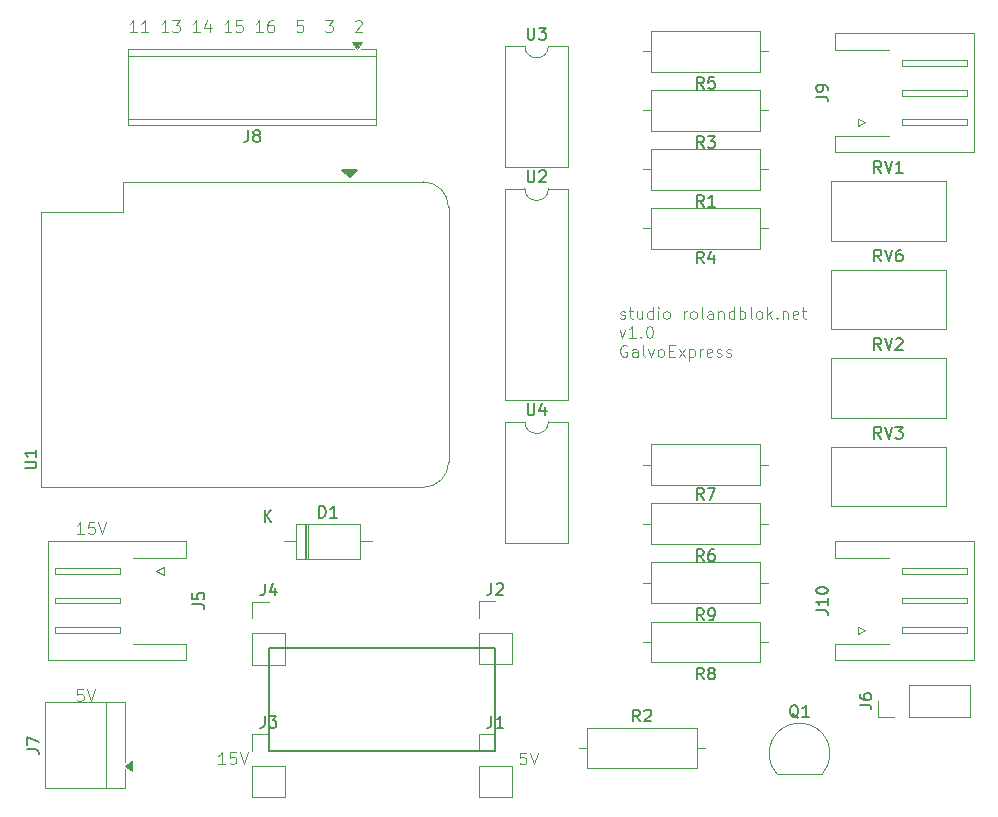
<source format=gto>
%TF.GenerationSoftware,KiCad,Pcbnew,9.0.7*%
%TF.CreationDate,2026-01-23T14:09:22+01:00*%
%TF.ProjectId,galvoexpress,67616c76-6f65-4787-9072-6573732e6b69,rev?*%
%TF.SameCoordinates,Original*%
%TF.FileFunction,Legend,Top*%
%TF.FilePolarity,Positive*%
%FSLAX46Y46*%
G04 Gerber Fmt 4.6, Leading zero omitted, Abs format (unit mm)*
G04 Created by KiCad (PCBNEW 9.0.7) date 2026-01-23 14:09:22*
%MOMM*%
%LPD*%
G01*
G04 APERTURE LIST*
%ADD10C,0.100000*%
%ADD11C,0.125000*%
%ADD12C,0.200000*%
%ADD13C,0.150000*%
%ADD14C,0.120000*%
G04 APERTURE END LIST*
D10*
X105256265Y-72104912D02*
X105351503Y-72152531D01*
X105351503Y-72152531D02*
X105541979Y-72152531D01*
X105541979Y-72152531D02*
X105637217Y-72104912D01*
X105637217Y-72104912D02*
X105684836Y-72009673D01*
X105684836Y-72009673D02*
X105684836Y-71962054D01*
X105684836Y-71962054D02*
X105637217Y-71866816D01*
X105637217Y-71866816D02*
X105541979Y-71819197D01*
X105541979Y-71819197D02*
X105399122Y-71819197D01*
X105399122Y-71819197D02*
X105303884Y-71771578D01*
X105303884Y-71771578D02*
X105256265Y-71676340D01*
X105256265Y-71676340D02*
X105256265Y-71628721D01*
X105256265Y-71628721D02*
X105303884Y-71533483D01*
X105303884Y-71533483D02*
X105399122Y-71485864D01*
X105399122Y-71485864D02*
X105541979Y-71485864D01*
X105541979Y-71485864D02*
X105637217Y-71533483D01*
X105970551Y-71485864D02*
X106351503Y-71485864D01*
X106113408Y-71152531D02*
X106113408Y-72009673D01*
X106113408Y-72009673D02*
X106161027Y-72104912D01*
X106161027Y-72104912D02*
X106256265Y-72152531D01*
X106256265Y-72152531D02*
X106351503Y-72152531D01*
X107113408Y-71485864D02*
X107113408Y-72152531D01*
X106684837Y-71485864D02*
X106684837Y-72009673D01*
X106684837Y-72009673D02*
X106732456Y-72104912D01*
X106732456Y-72104912D02*
X106827694Y-72152531D01*
X106827694Y-72152531D02*
X106970551Y-72152531D01*
X106970551Y-72152531D02*
X107065789Y-72104912D01*
X107065789Y-72104912D02*
X107113408Y-72057292D01*
X108018170Y-72152531D02*
X108018170Y-71152531D01*
X108018170Y-72104912D02*
X107922932Y-72152531D01*
X107922932Y-72152531D02*
X107732456Y-72152531D01*
X107732456Y-72152531D02*
X107637218Y-72104912D01*
X107637218Y-72104912D02*
X107589599Y-72057292D01*
X107589599Y-72057292D02*
X107541980Y-71962054D01*
X107541980Y-71962054D02*
X107541980Y-71676340D01*
X107541980Y-71676340D02*
X107589599Y-71581102D01*
X107589599Y-71581102D02*
X107637218Y-71533483D01*
X107637218Y-71533483D02*
X107732456Y-71485864D01*
X107732456Y-71485864D02*
X107922932Y-71485864D01*
X107922932Y-71485864D02*
X108018170Y-71533483D01*
X108494361Y-72152531D02*
X108494361Y-71485864D01*
X108494361Y-71152531D02*
X108446742Y-71200150D01*
X108446742Y-71200150D02*
X108494361Y-71247769D01*
X108494361Y-71247769D02*
X108541980Y-71200150D01*
X108541980Y-71200150D02*
X108494361Y-71152531D01*
X108494361Y-71152531D02*
X108494361Y-71247769D01*
X109113408Y-72152531D02*
X109018170Y-72104912D01*
X109018170Y-72104912D02*
X108970551Y-72057292D01*
X108970551Y-72057292D02*
X108922932Y-71962054D01*
X108922932Y-71962054D02*
X108922932Y-71676340D01*
X108922932Y-71676340D02*
X108970551Y-71581102D01*
X108970551Y-71581102D02*
X109018170Y-71533483D01*
X109018170Y-71533483D02*
X109113408Y-71485864D01*
X109113408Y-71485864D02*
X109256265Y-71485864D01*
X109256265Y-71485864D02*
X109351503Y-71533483D01*
X109351503Y-71533483D02*
X109399122Y-71581102D01*
X109399122Y-71581102D02*
X109446741Y-71676340D01*
X109446741Y-71676340D02*
X109446741Y-71962054D01*
X109446741Y-71962054D02*
X109399122Y-72057292D01*
X109399122Y-72057292D02*
X109351503Y-72104912D01*
X109351503Y-72104912D02*
X109256265Y-72152531D01*
X109256265Y-72152531D02*
X109113408Y-72152531D01*
X110637218Y-72152531D02*
X110637218Y-71485864D01*
X110637218Y-71676340D02*
X110684837Y-71581102D01*
X110684837Y-71581102D02*
X110732456Y-71533483D01*
X110732456Y-71533483D02*
X110827694Y-71485864D01*
X110827694Y-71485864D02*
X110922932Y-71485864D01*
X111399123Y-72152531D02*
X111303885Y-72104912D01*
X111303885Y-72104912D02*
X111256266Y-72057292D01*
X111256266Y-72057292D02*
X111208647Y-71962054D01*
X111208647Y-71962054D02*
X111208647Y-71676340D01*
X111208647Y-71676340D02*
X111256266Y-71581102D01*
X111256266Y-71581102D02*
X111303885Y-71533483D01*
X111303885Y-71533483D02*
X111399123Y-71485864D01*
X111399123Y-71485864D02*
X111541980Y-71485864D01*
X111541980Y-71485864D02*
X111637218Y-71533483D01*
X111637218Y-71533483D02*
X111684837Y-71581102D01*
X111684837Y-71581102D02*
X111732456Y-71676340D01*
X111732456Y-71676340D02*
X111732456Y-71962054D01*
X111732456Y-71962054D02*
X111684837Y-72057292D01*
X111684837Y-72057292D02*
X111637218Y-72104912D01*
X111637218Y-72104912D02*
X111541980Y-72152531D01*
X111541980Y-72152531D02*
X111399123Y-72152531D01*
X112303885Y-72152531D02*
X112208647Y-72104912D01*
X112208647Y-72104912D02*
X112161028Y-72009673D01*
X112161028Y-72009673D02*
X112161028Y-71152531D01*
X113113409Y-72152531D02*
X113113409Y-71628721D01*
X113113409Y-71628721D02*
X113065790Y-71533483D01*
X113065790Y-71533483D02*
X112970552Y-71485864D01*
X112970552Y-71485864D02*
X112780076Y-71485864D01*
X112780076Y-71485864D02*
X112684838Y-71533483D01*
X113113409Y-72104912D02*
X113018171Y-72152531D01*
X113018171Y-72152531D02*
X112780076Y-72152531D01*
X112780076Y-72152531D02*
X112684838Y-72104912D01*
X112684838Y-72104912D02*
X112637219Y-72009673D01*
X112637219Y-72009673D02*
X112637219Y-71914435D01*
X112637219Y-71914435D02*
X112684838Y-71819197D01*
X112684838Y-71819197D02*
X112780076Y-71771578D01*
X112780076Y-71771578D02*
X113018171Y-71771578D01*
X113018171Y-71771578D02*
X113113409Y-71723959D01*
X113589600Y-71485864D02*
X113589600Y-72152531D01*
X113589600Y-71581102D02*
X113637219Y-71533483D01*
X113637219Y-71533483D02*
X113732457Y-71485864D01*
X113732457Y-71485864D02*
X113875314Y-71485864D01*
X113875314Y-71485864D02*
X113970552Y-71533483D01*
X113970552Y-71533483D02*
X114018171Y-71628721D01*
X114018171Y-71628721D02*
X114018171Y-72152531D01*
X114922933Y-72152531D02*
X114922933Y-71152531D01*
X114922933Y-72104912D02*
X114827695Y-72152531D01*
X114827695Y-72152531D02*
X114637219Y-72152531D01*
X114637219Y-72152531D02*
X114541981Y-72104912D01*
X114541981Y-72104912D02*
X114494362Y-72057292D01*
X114494362Y-72057292D02*
X114446743Y-71962054D01*
X114446743Y-71962054D02*
X114446743Y-71676340D01*
X114446743Y-71676340D02*
X114494362Y-71581102D01*
X114494362Y-71581102D02*
X114541981Y-71533483D01*
X114541981Y-71533483D02*
X114637219Y-71485864D01*
X114637219Y-71485864D02*
X114827695Y-71485864D01*
X114827695Y-71485864D02*
X114922933Y-71533483D01*
X115399124Y-72152531D02*
X115399124Y-71152531D01*
X115399124Y-71533483D02*
X115494362Y-71485864D01*
X115494362Y-71485864D02*
X115684838Y-71485864D01*
X115684838Y-71485864D02*
X115780076Y-71533483D01*
X115780076Y-71533483D02*
X115827695Y-71581102D01*
X115827695Y-71581102D02*
X115875314Y-71676340D01*
X115875314Y-71676340D02*
X115875314Y-71962054D01*
X115875314Y-71962054D02*
X115827695Y-72057292D01*
X115827695Y-72057292D02*
X115780076Y-72104912D01*
X115780076Y-72104912D02*
X115684838Y-72152531D01*
X115684838Y-72152531D02*
X115494362Y-72152531D01*
X115494362Y-72152531D02*
X115399124Y-72104912D01*
X116446743Y-72152531D02*
X116351505Y-72104912D01*
X116351505Y-72104912D02*
X116303886Y-72009673D01*
X116303886Y-72009673D02*
X116303886Y-71152531D01*
X116970553Y-72152531D02*
X116875315Y-72104912D01*
X116875315Y-72104912D02*
X116827696Y-72057292D01*
X116827696Y-72057292D02*
X116780077Y-71962054D01*
X116780077Y-71962054D02*
X116780077Y-71676340D01*
X116780077Y-71676340D02*
X116827696Y-71581102D01*
X116827696Y-71581102D02*
X116875315Y-71533483D01*
X116875315Y-71533483D02*
X116970553Y-71485864D01*
X116970553Y-71485864D02*
X117113410Y-71485864D01*
X117113410Y-71485864D02*
X117208648Y-71533483D01*
X117208648Y-71533483D02*
X117256267Y-71581102D01*
X117256267Y-71581102D02*
X117303886Y-71676340D01*
X117303886Y-71676340D02*
X117303886Y-71962054D01*
X117303886Y-71962054D02*
X117256267Y-72057292D01*
X117256267Y-72057292D02*
X117208648Y-72104912D01*
X117208648Y-72104912D02*
X117113410Y-72152531D01*
X117113410Y-72152531D02*
X116970553Y-72152531D01*
X117732458Y-72152531D02*
X117732458Y-71152531D01*
X117827696Y-71771578D02*
X118113410Y-72152531D01*
X118113410Y-71485864D02*
X117732458Y-71866816D01*
X118541982Y-72057292D02*
X118589601Y-72104912D01*
X118589601Y-72104912D02*
X118541982Y-72152531D01*
X118541982Y-72152531D02*
X118494363Y-72104912D01*
X118494363Y-72104912D02*
X118541982Y-72057292D01*
X118541982Y-72057292D02*
X118541982Y-72152531D01*
X119018172Y-71485864D02*
X119018172Y-72152531D01*
X119018172Y-71581102D02*
X119065791Y-71533483D01*
X119065791Y-71533483D02*
X119161029Y-71485864D01*
X119161029Y-71485864D02*
X119303886Y-71485864D01*
X119303886Y-71485864D02*
X119399124Y-71533483D01*
X119399124Y-71533483D02*
X119446743Y-71628721D01*
X119446743Y-71628721D02*
X119446743Y-72152531D01*
X120303886Y-72104912D02*
X120208648Y-72152531D01*
X120208648Y-72152531D02*
X120018172Y-72152531D01*
X120018172Y-72152531D02*
X119922934Y-72104912D01*
X119922934Y-72104912D02*
X119875315Y-72009673D01*
X119875315Y-72009673D02*
X119875315Y-71628721D01*
X119875315Y-71628721D02*
X119922934Y-71533483D01*
X119922934Y-71533483D02*
X120018172Y-71485864D01*
X120018172Y-71485864D02*
X120208648Y-71485864D01*
X120208648Y-71485864D02*
X120303886Y-71533483D01*
X120303886Y-71533483D02*
X120351505Y-71628721D01*
X120351505Y-71628721D02*
X120351505Y-71723959D01*
X120351505Y-71723959D02*
X119875315Y-71819197D01*
X120637220Y-71485864D02*
X121018172Y-71485864D01*
X120780077Y-71152531D02*
X120780077Y-72009673D01*
X120780077Y-72009673D02*
X120827696Y-72104912D01*
X120827696Y-72104912D02*
X120922934Y-72152531D01*
X120922934Y-72152531D02*
X121018172Y-72152531D01*
X105208646Y-73095808D02*
X105446741Y-73762475D01*
X105446741Y-73762475D02*
X105684836Y-73095808D01*
X106589598Y-73762475D02*
X106018170Y-73762475D01*
X106303884Y-73762475D02*
X106303884Y-72762475D01*
X106303884Y-72762475D02*
X106208646Y-72905332D01*
X106208646Y-72905332D02*
X106113408Y-73000570D01*
X106113408Y-73000570D02*
X106018170Y-73048189D01*
X107018170Y-73667236D02*
X107065789Y-73714856D01*
X107065789Y-73714856D02*
X107018170Y-73762475D01*
X107018170Y-73762475D02*
X106970551Y-73714856D01*
X106970551Y-73714856D02*
X107018170Y-73667236D01*
X107018170Y-73667236D02*
X107018170Y-73762475D01*
X107684836Y-72762475D02*
X107780074Y-72762475D01*
X107780074Y-72762475D02*
X107875312Y-72810094D01*
X107875312Y-72810094D02*
X107922931Y-72857713D01*
X107922931Y-72857713D02*
X107970550Y-72952951D01*
X107970550Y-72952951D02*
X108018169Y-73143427D01*
X108018169Y-73143427D02*
X108018169Y-73381522D01*
X108018169Y-73381522D02*
X107970550Y-73571998D01*
X107970550Y-73571998D02*
X107922931Y-73667236D01*
X107922931Y-73667236D02*
X107875312Y-73714856D01*
X107875312Y-73714856D02*
X107780074Y-73762475D01*
X107780074Y-73762475D02*
X107684836Y-73762475D01*
X107684836Y-73762475D02*
X107589598Y-73714856D01*
X107589598Y-73714856D02*
X107541979Y-73667236D01*
X107541979Y-73667236D02*
X107494360Y-73571998D01*
X107494360Y-73571998D02*
X107446741Y-73381522D01*
X107446741Y-73381522D02*
X107446741Y-73143427D01*
X107446741Y-73143427D02*
X107494360Y-72952951D01*
X107494360Y-72952951D02*
X107541979Y-72857713D01*
X107541979Y-72857713D02*
X107589598Y-72810094D01*
X107589598Y-72810094D02*
X107684836Y-72762475D01*
X105827693Y-74420038D02*
X105732455Y-74372419D01*
X105732455Y-74372419D02*
X105589598Y-74372419D01*
X105589598Y-74372419D02*
X105446741Y-74420038D01*
X105446741Y-74420038D02*
X105351503Y-74515276D01*
X105351503Y-74515276D02*
X105303884Y-74610514D01*
X105303884Y-74610514D02*
X105256265Y-74800990D01*
X105256265Y-74800990D02*
X105256265Y-74943847D01*
X105256265Y-74943847D02*
X105303884Y-75134323D01*
X105303884Y-75134323D02*
X105351503Y-75229561D01*
X105351503Y-75229561D02*
X105446741Y-75324800D01*
X105446741Y-75324800D02*
X105589598Y-75372419D01*
X105589598Y-75372419D02*
X105684836Y-75372419D01*
X105684836Y-75372419D02*
X105827693Y-75324800D01*
X105827693Y-75324800D02*
X105875312Y-75277180D01*
X105875312Y-75277180D02*
X105875312Y-74943847D01*
X105875312Y-74943847D02*
X105684836Y-74943847D01*
X106732455Y-75372419D02*
X106732455Y-74848609D01*
X106732455Y-74848609D02*
X106684836Y-74753371D01*
X106684836Y-74753371D02*
X106589598Y-74705752D01*
X106589598Y-74705752D02*
X106399122Y-74705752D01*
X106399122Y-74705752D02*
X106303884Y-74753371D01*
X106732455Y-75324800D02*
X106637217Y-75372419D01*
X106637217Y-75372419D02*
X106399122Y-75372419D01*
X106399122Y-75372419D02*
X106303884Y-75324800D01*
X106303884Y-75324800D02*
X106256265Y-75229561D01*
X106256265Y-75229561D02*
X106256265Y-75134323D01*
X106256265Y-75134323D02*
X106303884Y-75039085D01*
X106303884Y-75039085D02*
X106399122Y-74991466D01*
X106399122Y-74991466D02*
X106637217Y-74991466D01*
X106637217Y-74991466D02*
X106732455Y-74943847D01*
X107351503Y-75372419D02*
X107256265Y-75324800D01*
X107256265Y-75324800D02*
X107208646Y-75229561D01*
X107208646Y-75229561D02*
X107208646Y-74372419D01*
X107637218Y-74705752D02*
X107875313Y-75372419D01*
X107875313Y-75372419D02*
X108113408Y-74705752D01*
X108637218Y-75372419D02*
X108541980Y-75324800D01*
X108541980Y-75324800D02*
X108494361Y-75277180D01*
X108494361Y-75277180D02*
X108446742Y-75181942D01*
X108446742Y-75181942D02*
X108446742Y-74896228D01*
X108446742Y-74896228D02*
X108494361Y-74800990D01*
X108494361Y-74800990D02*
X108541980Y-74753371D01*
X108541980Y-74753371D02*
X108637218Y-74705752D01*
X108637218Y-74705752D02*
X108780075Y-74705752D01*
X108780075Y-74705752D02*
X108875313Y-74753371D01*
X108875313Y-74753371D02*
X108922932Y-74800990D01*
X108922932Y-74800990D02*
X108970551Y-74896228D01*
X108970551Y-74896228D02*
X108970551Y-75181942D01*
X108970551Y-75181942D02*
X108922932Y-75277180D01*
X108922932Y-75277180D02*
X108875313Y-75324800D01*
X108875313Y-75324800D02*
X108780075Y-75372419D01*
X108780075Y-75372419D02*
X108637218Y-75372419D01*
X109399123Y-74848609D02*
X109732456Y-74848609D01*
X109875313Y-75372419D02*
X109399123Y-75372419D01*
X109399123Y-75372419D02*
X109399123Y-74372419D01*
X109399123Y-74372419D02*
X109875313Y-74372419D01*
X110208647Y-75372419D02*
X110732456Y-74705752D01*
X110208647Y-74705752D02*
X110732456Y-75372419D01*
X111113409Y-74705752D02*
X111113409Y-75705752D01*
X111113409Y-74753371D02*
X111208647Y-74705752D01*
X111208647Y-74705752D02*
X111399123Y-74705752D01*
X111399123Y-74705752D02*
X111494361Y-74753371D01*
X111494361Y-74753371D02*
X111541980Y-74800990D01*
X111541980Y-74800990D02*
X111589599Y-74896228D01*
X111589599Y-74896228D02*
X111589599Y-75181942D01*
X111589599Y-75181942D02*
X111541980Y-75277180D01*
X111541980Y-75277180D02*
X111494361Y-75324800D01*
X111494361Y-75324800D02*
X111399123Y-75372419D01*
X111399123Y-75372419D02*
X111208647Y-75372419D01*
X111208647Y-75372419D02*
X111113409Y-75324800D01*
X112018171Y-75372419D02*
X112018171Y-74705752D01*
X112018171Y-74896228D02*
X112065790Y-74800990D01*
X112065790Y-74800990D02*
X112113409Y-74753371D01*
X112113409Y-74753371D02*
X112208647Y-74705752D01*
X112208647Y-74705752D02*
X112303885Y-74705752D01*
X113018171Y-75324800D02*
X112922933Y-75372419D01*
X112922933Y-75372419D02*
X112732457Y-75372419D01*
X112732457Y-75372419D02*
X112637219Y-75324800D01*
X112637219Y-75324800D02*
X112589600Y-75229561D01*
X112589600Y-75229561D02*
X112589600Y-74848609D01*
X112589600Y-74848609D02*
X112637219Y-74753371D01*
X112637219Y-74753371D02*
X112732457Y-74705752D01*
X112732457Y-74705752D02*
X112922933Y-74705752D01*
X112922933Y-74705752D02*
X113018171Y-74753371D01*
X113018171Y-74753371D02*
X113065790Y-74848609D01*
X113065790Y-74848609D02*
X113065790Y-74943847D01*
X113065790Y-74943847D02*
X112589600Y-75039085D01*
X113446743Y-75324800D02*
X113541981Y-75372419D01*
X113541981Y-75372419D02*
X113732457Y-75372419D01*
X113732457Y-75372419D02*
X113827695Y-75324800D01*
X113827695Y-75324800D02*
X113875314Y-75229561D01*
X113875314Y-75229561D02*
X113875314Y-75181942D01*
X113875314Y-75181942D02*
X113827695Y-75086704D01*
X113827695Y-75086704D02*
X113732457Y-75039085D01*
X113732457Y-75039085D02*
X113589600Y-75039085D01*
X113589600Y-75039085D02*
X113494362Y-74991466D01*
X113494362Y-74991466D02*
X113446743Y-74896228D01*
X113446743Y-74896228D02*
X113446743Y-74848609D01*
X113446743Y-74848609D02*
X113494362Y-74753371D01*
X113494362Y-74753371D02*
X113589600Y-74705752D01*
X113589600Y-74705752D02*
X113732457Y-74705752D01*
X113732457Y-74705752D02*
X113827695Y-74753371D01*
X114256267Y-75324800D02*
X114351505Y-75372419D01*
X114351505Y-75372419D02*
X114541981Y-75372419D01*
X114541981Y-75372419D02*
X114637219Y-75324800D01*
X114637219Y-75324800D02*
X114684838Y-75229561D01*
X114684838Y-75229561D02*
X114684838Y-75181942D01*
X114684838Y-75181942D02*
X114637219Y-75086704D01*
X114637219Y-75086704D02*
X114541981Y-75039085D01*
X114541981Y-75039085D02*
X114399124Y-75039085D01*
X114399124Y-75039085D02*
X114303886Y-74991466D01*
X114303886Y-74991466D02*
X114256267Y-74896228D01*
X114256267Y-74896228D02*
X114256267Y-74848609D01*
X114256267Y-74848609D02*
X114303886Y-74753371D01*
X114303886Y-74753371D02*
X114399124Y-74705752D01*
X114399124Y-74705752D02*
X114541981Y-74705752D01*
X114541981Y-74705752D02*
X114637219Y-74753371D01*
D11*
X64344140Y-47871119D02*
X63772712Y-47871119D01*
X64058426Y-47871119D02*
X64058426Y-46871119D01*
X64058426Y-46871119D02*
X63963188Y-47013976D01*
X63963188Y-47013976D02*
X63867950Y-47109214D01*
X63867950Y-47109214D02*
X63772712Y-47156833D01*
X65296521Y-47871119D02*
X64725093Y-47871119D01*
X65010807Y-47871119D02*
X65010807Y-46871119D01*
X65010807Y-46871119D02*
X64915569Y-47013976D01*
X64915569Y-47013976D02*
X64820331Y-47109214D01*
X64820331Y-47109214D02*
X64725093Y-47156833D01*
X67010807Y-47871119D02*
X66439379Y-47871119D01*
X66725093Y-47871119D02*
X66725093Y-46871119D01*
X66725093Y-46871119D02*
X66629855Y-47013976D01*
X66629855Y-47013976D02*
X66534617Y-47109214D01*
X66534617Y-47109214D02*
X66439379Y-47156833D01*
X67344141Y-46871119D02*
X67963188Y-46871119D01*
X67963188Y-46871119D02*
X67629855Y-47252071D01*
X67629855Y-47252071D02*
X67772712Y-47252071D01*
X67772712Y-47252071D02*
X67867950Y-47299690D01*
X67867950Y-47299690D02*
X67915569Y-47347309D01*
X67915569Y-47347309D02*
X67963188Y-47442547D01*
X67963188Y-47442547D02*
X67963188Y-47680642D01*
X67963188Y-47680642D02*
X67915569Y-47775880D01*
X67915569Y-47775880D02*
X67867950Y-47823500D01*
X67867950Y-47823500D02*
X67772712Y-47871119D01*
X67772712Y-47871119D02*
X67486998Y-47871119D01*
X67486998Y-47871119D02*
X67391760Y-47823500D01*
X67391760Y-47823500D02*
X67344141Y-47775880D01*
X69677474Y-47871119D02*
X69106046Y-47871119D01*
X69391760Y-47871119D02*
X69391760Y-46871119D01*
X69391760Y-46871119D02*
X69296522Y-47013976D01*
X69296522Y-47013976D02*
X69201284Y-47109214D01*
X69201284Y-47109214D02*
X69106046Y-47156833D01*
X70534617Y-47204452D02*
X70534617Y-47871119D01*
X70296522Y-46823500D02*
X70058427Y-47537785D01*
X70058427Y-47537785D02*
X70677474Y-47537785D01*
X72344141Y-47871119D02*
X71772713Y-47871119D01*
X72058427Y-47871119D02*
X72058427Y-46871119D01*
X72058427Y-46871119D02*
X71963189Y-47013976D01*
X71963189Y-47013976D02*
X71867951Y-47109214D01*
X71867951Y-47109214D02*
X71772713Y-47156833D01*
X73248903Y-46871119D02*
X72772713Y-46871119D01*
X72772713Y-46871119D02*
X72725094Y-47347309D01*
X72725094Y-47347309D02*
X72772713Y-47299690D01*
X72772713Y-47299690D02*
X72867951Y-47252071D01*
X72867951Y-47252071D02*
X73106046Y-47252071D01*
X73106046Y-47252071D02*
X73201284Y-47299690D01*
X73201284Y-47299690D02*
X73248903Y-47347309D01*
X73248903Y-47347309D02*
X73296522Y-47442547D01*
X73296522Y-47442547D02*
X73296522Y-47680642D01*
X73296522Y-47680642D02*
X73248903Y-47775880D01*
X73248903Y-47775880D02*
X73201284Y-47823500D01*
X73201284Y-47823500D02*
X73106046Y-47871119D01*
X73106046Y-47871119D02*
X72867951Y-47871119D01*
X72867951Y-47871119D02*
X72772713Y-47823500D01*
X72772713Y-47823500D02*
X72725094Y-47775880D01*
X75010808Y-47871119D02*
X74439380Y-47871119D01*
X74725094Y-47871119D02*
X74725094Y-46871119D01*
X74725094Y-46871119D02*
X74629856Y-47013976D01*
X74629856Y-47013976D02*
X74534618Y-47109214D01*
X74534618Y-47109214D02*
X74439380Y-47156833D01*
X75867951Y-46871119D02*
X75677475Y-46871119D01*
X75677475Y-46871119D02*
X75582237Y-46918738D01*
X75582237Y-46918738D02*
X75534618Y-46966357D01*
X75534618Y-46966357D02*
X75439380Y-47109214D01*
X75439380Y-47109214D02*
X75391761Y-47299690D01*
X75391761Y-47299690D02*
X75391761Y-47680642D01*
X75391761Y-47680642D02*
X75439380Y-47775880D01*
X75439380Y-47775880D02*
X75486999Y-47823500D01*
X75486999Y-47823500D02*
X75582237Y-47871119D01*
X75582237Y-47871119D02*
X75772713Y-47871119D01*
X75772713Y-47871119D02*
X75867951Y-47823500D01*
X75867951Y-47823500D02*
X75915570Y-47775880D01*
X75915570Y-47775880D02*
X75963189Y-47680642D01*
X75963189Y-47680642D02*
X75963189Y-47442547D01*
X75963189Y-47442547D02*
X75915570Y-47347309D01*
X75915570Y-47347309D02*
X75867951Y-47299690D01*
X75867951Y-47299690D02*
X75772713Y-47252071D01*
X75772713Y-47252071D02*
X75582237Y-47252071D01*
X75582237Y-47252071D02*
X75486999Y-47299690D01*
X75486999Y-47299690D02*
X75439380Y-47347309D01*
X75439380Y-47347309D02*
X75391761Y-47442547D01*
X78391761Y-46871119D02*
X77915571Y-46871119D01*
X77915571Y-46871119D02*
X77867952Y-47347309D01*
X77867952Y-47347309D02*
X77915571Y-47299690D01*
X77915571Y-47299690D02*
X78010809Y-47252071D01*
X78010809Y-47252071D02*
X78248904Y-47252071D01*
X78248904Y-47252071D02*
X78344142Y-47299690D01*
X78344142Y-47299690D02*
X78391761Y-47347309D01*
X78391761Y-47347309D02*
X78439380Y-47442547D01*
X78439380Y-47442547D02*
X78439380Y-47680642D01*
X78439380Y-47680642D02*
X78391761Y-47775880D01*
X78391761Y-47775880D02*
X78344142Y-47823500D01*
X78344142Y-47823500D02*
X78248904Y-47871119D01*
X78248904Y-47871119D02*
X78010809Y-47871119D01*
X78010809Y-47871119D02*
X77915571Y-47823500D01*
X77915571Y-47823500D02*
X77867952Y-47775880D01*
X80296524Y-46871119D02*
X80915571Y-46871119D01*
X80915571Y-46871119D02*
X80582238Y-47252071D01*
X80582238Y-47252071D02*
X80725095Y-47252071D01*
X80725095Y-47252071D02*
X80820333Y-47299690D01*
X80820333Y-47299690D02*
X80867952Y-47347309D01*
X80867952Y-47347309D02*
X80915571Y-47442547D01*
X80915571Y-47442547D02*
X80915571Y-47680642D01*
X80915571Y-47680642D02*
X80867952Y-47775880D01*
X80867952Y-47775880D02*
X80820333Y-47823500D01*
X80820333Y-47823500D02*
X80725095Y-47871119D01*
X80725095Y-47871119D02*
X80439381Y-47871119D01*
X80439381Y-47871119D02*
X80344143Y-47823500D01*
X80344143Y-47823500D02*
X80296524Y-47775880D01*
X82820334Y-46966357D02*
X82867953Y-46918738D01*
X82867953Y-46918738D02*
X82963191Y-46871119D01*
X82963191Y-46871119D02*
X83201286Y-46871119D01*
X83201286Y-46871119D02*
X83296524Y-46918738D01*
X83296524Y-46918738D02*
X83344143Y-46966357D01*
X83344143Y-46966357D02*
X83391762Y-47061595D01*
X83391762Y-47061595D02*
X83391762Y-47156833D01*
X83391762Y-47156833D02*
X83344143Y-47299690D01*
X83344143Y-47299690D02*
X82772715Y-47871119D01*
X82772715Y-47871119D02*
X83391762Y-47871119D01*
D10*
X97280074Y-108872419D02*
X96803884Y-108872419D01*
X96803884Y-108872419D02*
X96756265Y-109348609D01*
X96756265Y-109348609D02*
X96803884Y-109300990D01*
X96803884Y-109300990D02*
X96899122Y-109253371D01*
X96899122Y-109253371D02*
X97137217Y-109253371D01*
X97137217Y-109253371D02*
X97232455Y-109300990D01*
X97232455Y-109300990D02*
X97280074Y-109348609D01*
X97280074Y-109348609D02*
X97327693Y-109443847D01*
X97327693Y-109443847D02*
X97327693Y-109681942D01*
X97327693Y-109681942D02*
X97280074Y-109777180D01*
X97280074Y-109777180D02*
X97232455Y-109824800D01*
X97232455Y-109824800D02*
X97137217Y-109872419D01*
X97137217Y-109872419D02*
X96899122Y-109872419D01*
X96899122Y-109872419D02*
X96803884Y-109824800D01*
X96803884Y-109824800D02*
X96756265Y-109777180D01*
X97613408Y-108872419D02*
X97946741Y-109872419D01*
X97946741Y-109872419D02*
X98280074Y-108872419D01*
X71827693Y-109842419D02*
X71256265Y-109842419D01*
X71541979Y-109842419D02*
X71541979Y-108842419D01*
X71541979Y-108842419D02*
X71446741Y-108985276D01*
X71446741Y-108985276D02*
X71351503Y-109080514D01*
X71351503Y-109080514D02*
X71256265Y-109128133D01*
X72732455Y-108842419D02*
X72256265Y-108842419D01*
X72256265Y-108842419D02*
X72208646Y-109318609D01*
X72208646Y-109318609D02*
X72256265Y-109270990D01*
X72256265Y-109270990D02*
X72351503Y-109223371D01*
X72351503Y-109223371D02*
X72589598Y-109223371D01*
X72589598Y-109223371D02*
X72684836Y-109270990D01*
X72684836Y-109270990D02*
X72732455Y-109318609D01*
X72732455Y-109318609D02*
X72780074Y-109413847D01*
X72780074Y-109413847D02*
X72780074Y-109651942D01*
X72780074Y-109651942D02*
X72732455Y-109747180D01*
X72732455Y-109747180D02*
X72684836Y-109794800D01*
X72684836Y-109794800D02*
X72589598Y-109842419D01*
X72589598Y-109842419D02*
X72351503Y-109842419D01*
X72351503Y-109842419D02*
X72256265Y-109794800D01*
X72256265Y-109794800D02*
X72208646Y-109747180D01*
X73065789Y-108842419D02*
X73399122Y-109842419D01*
X73399122Y-109842419D02*
X73732455Y-108842419D01*
X59827693Y-90372419D02*
X59256265Y-90372419D01*
X59541979Y-90372419D02*
X59541979Y-89372419D01*
X59541979Y-89372419D02*
X59446741Y-89515276D01*
X59446741Y-89515276D02*
X59351503Y-89610514D01*
X59351503Y-89610514D02*
X59256265Y-89658133D01*
X60732455Y-89372419D02*
X60256265Y-89372419D01*
X60256265Y-89372419D02*
X60208646Y-89848609D01*
X60208646Y-89848609D02*
X60256265Y-89800990D01*
X60256265Y-89800990D02*
X60351503Y-89753371D01*
X60351503Y-89753371D02*
X60589598Y-89753371D01*
X60589598Y-89753371D02*
X60684836Y-89800990D01*
X60684836Y-89800990D02*
X60732455Y-89848609D01*
X60732455Y-89848609D02*
X60780074Y-89943847D01*
X60780074Y-89943847D02*
X60780074Y-90181942D01*
X60780074Y-90181942D02*
X60732455Y-90277180D01*
X60732455Y-90277180D02*
X60684836Y-90324800D01*
X60684836Y-90324800D02*
X60589598Y-90372419D01*
X60589598Y-90372419D02*
X60351503Y-90372419D01*
X60351503Y-90372419D02*
X60256265Y-90324800D01*
X60256265Y-90324800D02*
X60208646Y-90277180D01*
X61065789Y-89372419D02*
X61399122Y-90372419D01*
X61399122Y-90372419D02*
X61732455Y-89372419D01*
X59780074Y-103502419D02*
X59303884Y-103502419D01*
X59303884Y-103502419D02*
X59256265Y-103978609D01*
X59256265Y-103978609D02*
X59303884Y-103930990D01*
X59303884Y-103930990D02*
X59399122Y-103883371D01*
X59399122Y-103883371D02*
X59637217Y-103883371D01*
X59637217Y-103883371D02*
X59732455Y-103930990D01*
X59732455Y-103930990D02*
X59780074Y-103978609D01*
X59780074Y-103978609D02*
X59827693Y-104073847D01*
X59827693Y-104073847D02*
X59827693Y-104311942D01*
X59827693Y-104311942D02*
X59780074Y-104407180D01*
X59780074Y-104407180D02*
X59732455Y-104454800D01*
X59732455Y-104454800D02*
X59637217Y-104502419D01*
X59637217Y-104502419D02*
X59399122Y-104502419D01*
X59399122Y-104502419D02*
X59303884Y-104454800D01*
X59303884Y-104454800D02*
X59256265Y-104407180D01*
X60113408Y-103502419D02*
X60446741Y-104502419D01*
X60446741Y-104502419D02*
X60780074Y-103502419D01*
D12*
X75500000Y-100000000D02*
X94700000Y-100000000D01*
X94700000Y-108700000D01*
X75500000Y-108700000D01*
X75500000Y-100000000D01*
D13*
X127364761Y-82294819D02*
X127031428Y-81818628D01*
X126793333Y-82294819D02*
X126793333Y-81294819D01*
X126793333Y-81294819D02*
X127174285Y-81294819D01*
X127174285Y-81294819D02*
X127269523Y-81342438D01*
X127269523Y-81342438D02*
X127317142Y-81390057D01*
X127317142Y-81390057D02*
X127364761Y-81485295D01*
X127364761Y-81485295D02*
X127364761Y-81628152D01*
X127364761Y-81628152D02*
X127317142Y-81723390D01*
X127317142Y-81723390D02*
X127269523Y-81771009D01*
X127269523Y-81771009D02*
X127174285Y-81818628D01*
X127174285Y-81818628D02*
X126793333Y-81818628D01*
X127650476Y-81294819D02*
X127983809Y-82294819D01*
X127983809Y-82294819D02*
X128317142Y-81294819D01*
X128555238Y-81294819D02*
X129174285Y-81294819D01*
X129174285Y-81294819D02*
X128840952Y-81675771D01*
X128840952Y-81675771D02*
X128983809Y-81675771D01*
X128983809Y-81675771D02*
X129079047Y-81723390D01*
X129079047Y-81723390D02*
X129126666Y-81771009D01*
X129126666Y-81771009D02*
X129174285Y-81866247D01*
X129174285Y-81866247D02*
X129174285Y-82104342D01*
X129174285Y-82104342D02*
X129126666Y-82199580D01*
X129126666Y-82199580D02*
X129079047Y-82247200D01*
X129079047Y-82247200D02*
X128983809Y-82294819D01*
X128983809Y-82294819D02*
X128698095Y-82294819D01*
X128698095Y-82294819D02*
X128602857Y-82247200D01*
X128602857Y-82247200D02*
X128555238Y-82199580D01*
X127364761Y-59794819D02*
X127031428Y-59318628D01*
X126793333Y-59794819D02*
X126793333Y-58794819D01*
X126793333Y-58794819D02*
X127174285Y-58794819D01*
X127174285Y-58794819D02*
X127269523Y-58842438D01*
X127269523Y-58842438D02*
X127317142Y-58890057D01*
X127317142Y-58890057D02*
X127364761Y-58985295D01*
X127364761Y-58985295D02*
X127364761Y-59128152D01*
X127364761Y-59128152D02*
X127317142Y-59223390D01*
X127317142Y-59223390D02*
X127269523Y-59271009D01*
X127269523Y-59271009D02*
X127174285Y-59318628D01*
X127174285Y-59318628D02*
X126793333Y-59318628D01*
X127650476Y-58794819D02*
X127983809Y-59794819D01*
X127983809Y-59794819D02*
X128317142Y-58794819D01*
X129174285Y-59794819D02*
X128602857Y-59794819D01*
X128888571Y-59794819D02*
X128888571Y-58794819D01*
X128888571Y-58794819D02*
X128793333Y-58937676D01*
X128793333Y-58937676D02*
X128698095Y-59032914D01*
X128698095Y-59032914D02*
X128602857Y-59080533D01*
X106943333Y-106234819D02*
X106610000Y-105758628D01*
X106371905Y-106234819D02*
X106371905Y-105234819D01*
X106371905Y-105234819D02*
X106752857Y-105234819D01*
X106752857Y-105234819D02*
X106848095Y-105282438D01*
X106848095Y-105282438D02*
X106895714Y-105330057D01*
X106895714Y-105330057D02*
X106943333Y-105425295D01*
X106943333Y-105425295D02*
X106943333Y-105568152D01*
X106943333Y-105568152D02*
X106895714Y-105663390D01*
X106895714Y-105663390D02*
X106848095Y-105711009D01*
X106848095Y-105711009D02*
X106752857Y-105758628D01*
X106752857Y-105758628D02*
X106371905Y-105758628D01*
X107324286Y-105330057D02*
X107371905Y-105282438D01*
X107371905Y-105282438D02*
X107467143Y-105234819D01*
X107467143Y-105234819D02*
X107705238Y-105234819D01*
X107705238Y-105234819D02*
X107800476Y-105282438D01*
X107800476Y-105282438D02*
X107848095Y-105330057D01*
X107848095Y-105330057D02*
X107895714Y-105425295D01*
X107895714Y-105425295D02*
X107895714Y-105520533D01*
X107895714Y-105520533D02*
X107848095Y-105663390D01*
X107848095Y-105663390D02*
X107276667Y-106234819D01*
X107276667Y-106234819D02*
X107895714Y-106234819D01*
X79761905Y-88984819D02*
X79761905Y-87984819D01*
X79761905Y-87984819D02*
X80000000Y-87984819D01*
X80000000Y-87984819D02*
X80142857Y-88032438D01*
X80142857Y-88032438D02*
X80238095Y-88127676D01*
X80238095Y-88127676D02*
X80285714Y-88222914D01*
X80285714Y-88222914D02*
X80333333Y-88413390D01*
X80333333Y-88413390D02*
X80333333Y-88556247D01*
X80333333Y-88556247D02*
X80285714Y-88746723D01*
X80285714Y-88746723D02*
X80238095Y-88841961D01*
X80238095Y-88841961D02*
X80142857Y-88937200D01*
X80142857Y-88937200D02*
X80000000Y-88984819D01*
X80000000Y-88984819D02*
X79761905Y-88984819D01*
X81285714Y-88984819D02*
X80714286Y-88984819D01*
X81000000Y-88984819D02*
X81000000Y-87984819D01*
X81000000Y-87984819D02*
X80904762Y-88127676D01*
X80904762Y-88127676D02*
X80809524Y-88222914D01*
X80809524Y-88222914D02*
X80714286Y-88270533D01*
X75158095Y-89354819D02*
X75158095Y-88354819D01*
X75729523Y-89354819D02*
X75300952Y-88783390D01*
X75729523Y-88354819D02*
X75158095Y-88926247D01*
X94366666Y-94534819D02*
X94366666Y-95249104D01*
X94366666Y-95249104D02*
X94319047Y-95391961D01*
X94319047Y-95391961D02*
X94223809Y-95487200D01*
X94223809Y-95487200D02*
X94080952Y-95534819D01*
X94080952Y-95534819D02*
X93985714Y-95534819D01*
X94795238Y-94630057D02*
X94842857Y-94582438D01*
X94842857Y-94582438D02*
X94938095Y-94534819D01*
X94938095Y-94534819D02*
X95176190Y-94534819D01*
X95176190Y-94534819D02*
X95271428Y-94582438D01*
X95271428Y-94582438D02*
X95319047Y-94630057D01*
X95319047Y-94630057D02*
X95366666Y-94725295D01*
X95366666Y-94725295D02*
X95366666Y-94820533D01*
X95366666Y-94820533D02*
X95319047Y-94963390D01*
X95319047Y-94963390D02*
X94747619Y-95534819D01*
X94747619Y-95534819D02*
X95366666Y-95534819D01*
X112333333Y-62674819D02*
X112000000Y-62198628D01*
X111761905Y-62674819D02*
X111761905Y-61674819D01*
X111761905Y-61674819D02*
X112142857Y-61674819D01*
X112142857Y-61674819D02*
X112238095Y-61722438D01*
X112238095Y-61722438D02*
X112285714Y-61770057D01*
X112285714Y-61770057D02*
X112333333Y-61865295D01*
X112333333Y-61865295D02*
X112333333Y-62008152D01*
X112333333Y-62008152D02*
X112285714Y-62103390D01*
X112285714Y-62103390D02*
X112238095Y-62151009D01*
X112238095Y-62151009D02*
X112142857Y-62198628D01*
X112142857Y-62198628D02*
X111761905Y-62198628D01*
X113285714Y-62674819D02*
X112714286Y-62674819D01*
X113000000Y-62674819D02*
X113000000Y-61674819D01*
X113000000Y-61674819D02*
X112904762Y-61817676D01*
X112904762Y-61817676D02*
X112809524Y-61912914D01*
X112809524Y-61912914D02*
X112714286Y-61960533D01*
X75166666Y-94574819D02*
X75166666Y-95289104D01*
X75166666Y-95289104D02*
X75119047Y-95431961D01*
X75119047Y-95431961D02*
X75023809Y-95527200D01*
X75023809Y-95527200D02*
X74880952Y-95574819D01*
X74880952Y-95574819D02*
X74785714Y-95574819D01*
X76071428Y-94908152D02*
X76071428Y-95574819D01*
X75833333Y-94527200D02*
X75595238Y-95241485D01*
X75595238Y-95241485D02*
X76214285Y-95241485D01*
X69054819Y-96333333D02*
X69769104Y-96333333D01*
X69769104Y-96333333D02*
X69911961Y-96380952D01*
X69911961Y-96380952D02*
X70007200Y-96476190D01*
X70007200Y-96476190D02*
X70054819Y-96619047D01*
X70054819Y-96619047D02*
X70054819Y-96714285D01*
X69054819Y-95380952D02*
X69054819Y-95857142D01*
X69054819Y-95857142D02*
X69531009Y-95904761D01*
X69531009Y-95904761D02*
X69483390Y-95857142D01*
X69483390Y-95857142D02*
X69435771Y-95761904D01*
X69435771Y-95761904D02*
X69435771Y-95523809D01*
X69435771Y-95523809D02*
X69483390Y-95428571D01*
X69483390Y-95428571D02*
X69531009Y-95380952D01*
X69531009Y-95380952D02*
X69626247Y-95333333D01*
X69626247Y-95333333D02*
X69864342Y-95333333D01*
X69864342Y-95333333D02*
X69959580Y-95380952D01*
X69959580Y-95380952D02*
X70007200Y-95428571D01*
X70007200Y-95428571D02*
X70054819Y-95523809D01*
X70054819Y-95523809D02*
X70054819Y-95761904D01*
X70054819Y-95761904D02*
X70007200Y-95857142D01*
X70007200Y-95857142D02*
X69959580Y-95904761D01*
X112333333Y-92674819D02*
X112000000Y-92198628D01*
X111761905Y-92674819D02*
X111761905Y-91674819D01*
X111761905Y-91674819D02*
X112142857Y-91674819D01*
X112142857Y-91674819D02*
X112238095Y-91722438D01*
X112238095Y-91722438D02*
X112285714Y-91770057D01*
X112285714Y-91770057D02*
X112333333Y-91865295D01*
X112333333Y-91865295D02*
X112333333Y-92008152D01*
X112333333Y-92008152D02*
X112285714Y-92103390D01*
X112285714Y-92103390D02*
X112238095Y-92151009D01*
X112238095Y-92151009D02*
X112142857Y-92198628D01*
X112142857Y-92198628D02*
X111761905Y-92198628D01*
X113190476Y-91674819D02*
X113000000Y-91674819D01*
X113000000Y-91674819D02*
X112904762Y-91722438D01*
X112904762Y-91722438D02*
X112857143Y-91770057D01*
X112857143Y-91770057D02*
X112761905Y-91912914D01*
X112761905Y-91912914D02*
X112714286Y-92103390D01*
X112714286Y-92103390D02*
X112714286Y-92484342D01*
X112714286Y-92484342D02*
X112761905Y-92579580D01*
X112761905Y-92579580D02*
X112809524Y-92627200D01*
X112809524Y-92627200D02*
X112904762Y-92674819D01*
X112904762Y-92674819D02*
X113095238Y-92674819D01*
X113095238Y-92674819D02*
X113190476Y-92627200D01*
X113190476Y-92627200D02*
X113238095Y-92579580D01*
X113238095Y-92579580D02*
X113285714Y-92484342D01*
X113285714Y-92484342D02*
X113285714Y-92246247D01*
X113285714Y-92246247D02*
X113238095Y-92151009D01*
X113238095Y-92151009D02*
X113190476Y-92103390D01*
X113190476Y-92103390D02*
X113095238Y-92055771D01*
X113095238Y-92055771D02*
X112904762Y-92055771D01*
X112904762Y-92055771D02*
X112809524Y-92103390D01*
X112809524Y-92103390D02*
X112761905Y-92151009D01*
X112761905Y-92151009D02*
X112714286Y-92246247D01*
X94366666Y-105774819D02*
X94366666Y-106489104D01*
X94366666Y-106489104D02*
X94319047Y-106631961D01*
X94319047Y-106631961D02*
X94223809Y-106727200D01*
X94223809Y-106727200D02*
X94080952Y-106774819D01*
X94080952Y-106774819D02*
X93985714Y-106774819D01*
X95366666Y-106774819D02*
X94795238Y-106774819D01*
X95080952Y-106774819D02*
X95080952Y-105774819D01*
X95080952Y-105774819D02*
X94985714Y-105917676D01*
X94985714Y-105917676D02*
X94890476Y-106012914D01*
X94890476Y-106012914D02*
X94795238Y-106060533D01*
X127364761Y-67294819D02*
X127031428Y-66818628D01*
X126793333Y-67294819D02*
X126793333Y-66294819D01*
X126793333Y-66294819D02*
X127174285Y-66294819D01*
X127174285Y-66294819D02*
X127269523Y-66342438D01*
X127269523Y-66342438D02*
X127317142Y-66390057D01*
X127317142Y-66390057D02*
X127364761Y-66485295D01*
X127364761Y-66485295D02*
X127364761Y-66628152D01*
X127364761Y-66628152D02*
X127317142Y-66723390D01*
X127317142Y-66723390D02*
X127269523Y-66771009D01*
X127269523Y-66771009D02*
X127174285Y-66818628D01*
X127174285Y-66818628D02*
X126793333Y-66818628D01*
X127650476Y-66294819D02*
X127983809Y-67294819D01*
X127983809Y-67294819D02*
X128317142Y-66294819D01*
X129079047Y-66294819D02*
X128888571Y-66294819D01*
X128888571Y-66294819D02*
X128793333Y-66342438D01*
X128793333Y-66342438D02*
X128745714Y-66390057D01*
X128745714Y-66390057D02*
X128650476Y-66532914D01*
X128650476Y-66532914D02*
X128602857Y-66723390D01*
X128602857Y-66723390D02*
X128602857Y-67104342D01*
X128602857Y-67104342D02*
X128650476Y-67199580D01*
X128650476Y-67199580D02*
X128698095Y-67247200D01*
X128698095Y-67247200D02*
X128793333Y-67294819D01*
X128793333Y-67294819D02*
X128983809Y-67294819D01*
X128983809Y-67294819D02*
X129079047Y-67247200D01*
X129079047Y-67247200D02*
X129126666Y-67199580D01*
X129126666Y-67199580D02*
X129174285Y-67104342D01*
X129174285Y-67104342D02*
X129174285Y-66866247D01*
X129174285Y-66866247D02*
X129126666Y-66771009D01*
X129126666Y-66771009D02*
X129079047Y-66723390D01*
X129079047Y-66723390D02*
X128983809Y-66675771D01*
X128983809Y-66675771D02*
X128793333Y-66675771D01*
X128793333Y-66675771D02*
X128698095Y-66723390D01*
X128698095Y-66723390D02*
X128650476Y-66771009D01*
X128650476Y-66771009D02*
X128602857Y-66866247D01*
X120354761Y-105940057D02*
X120259523Y-105892438D01*
X120259523Y-105892438D02*
X120164285Y-105797200D01*
X120164285Y-105797200D02*
X120021428Y-105654342D01*
X120021428Y-105654342D02*
X119926190Y-105606723D01*
X119926190Y-105606723D02*
X119830952Y-105606723D01*
X119878571Y-105844819D02*
X119783333Y-105797200D01*
X119783333Y-105797200D02*
X119688095Y-105701961D01*
X119688095Y-105701961D02*
X119640476Y-105511485D01*
X119640476Y-105511485D02*
X119640476Y-105178152D01*
X119640476Y-105178152D02*
X119688095Y-104987676D01*
X119688095Y-104987676D02*
X119783333Y-104892438D01*
X119783333Y-104892438D02*
X119878571Y-104844819D01*
X119878571Y-104844819D02*
X120069047Y-104844819D01*
X120069047Y-104844819D02*
X120164285Y-104892438D01*
X120164285Y-104892438D02*
X120259523Y-104987676D01*
X120259523Y-104987676D02*
X120307142Y-105178152D01*
X120307142Y-105178152D02*
X120307142Y-105511485D01*
X120307142Y-105511485D02*
X120259523Y-105701961D01*
X120259523Y-105701961D02*
X120164285Y-105797200D01*
X120164285Y-105797200D02*
X120069047Y-105844819D01*
X120069047Y-105844819D02*
X119878571Y-105844819D01*
X121259523Y-105844819D02*
X120688095Y-105844819D01*
X120973809Y-105844819D02*
X120973809Y-104844819D01*
X120973809Y-104844819D02*
X120878571Y-104987676D01*
X120878571Y-104987676D02*
X120783333Y-105082914D01*
X120783333Y-105082914D02*
X120688095Y-105130533D01*
X112333333Y-102674819D02*
X112000000Y-102198628D01*
X111761905Y-102674819D02*
X111761905Y-101674819D01*
X111761905Y-101674819D02*
X112142857Y-101674819D01*
X112142857Y-101674819D02*
X112238095Y-101722438D01*
X112238095Y-101722438D02*
X112285714Y-101770057D01*
X112285714Y-101770057D02*
X112333333Y-101865295D01*
X112333333Y-101865295D02*
X112333333Y-102008152D01*
X112333333Y-102008152D02*
X112285714Y-102103390D01*
X112285714Y-102103390D02*
X112238095Y-102151009D01*
X112238095Y-102151009D02*
X112142857Y-102198628D01*
X112142857Y-102198628D02*
X111761905Y-102198628D01*
X112904762Y-102103390D02*
X112809524Y-102055771D01*
X112809524Y-102055771D02*
X112761905Y-102008152D01*
X112761905Y-102008152D02*
X112714286Y-101912914D01*
X112714286Y-101912914D02*
X112714286Y-101865295D01*
X112714286Y-101865295D02*
X112761905Y-101770057D01*
X112761905Y-101770057D02*
X112809524Y-101722438D01*
X112809524Y-101722438D02*
X112904762Y-101674819D01*
X112904762Y-101674819D02*
X113095238Y-101674819D01*
X113095238Y-101674819D02*
X113190476Y-101722438D01*
X113190476Y-101722438D02*
X113238095Y-101770057D01*
X113238095Y-101770057D02*
X113285714Y-101865295D01*
X113285714Y-101865295D02*
X113285714Y-101912914D01*
X113285714Y-101912914D02*
X113238095Y-102008152D01*
X113238095Y-102008152D02*
X113190476Y-102055771D01*
X113190476Y-102055771D02*
X113095238Y-102103390D01*
X113095238Y-102103390D02*
X112904762Y-102103390D01*
X112904762Y-102103390D02*
X112809524Y-102151009D01*
X112809524Y-102151009D02*
X112761905Y-102198628D01*
X112761905Y-102198628D02*
X112714286Y-102293866D01*
X112714286Y-102293866D02*
X112714286Y-102484342D01*
X112714286Y-102484342D02*
X112761905Y-102579580D01*
X112761905Y-102579580D02*
X112809524Y-102627200D01*
X112809524Y-102627200D02*
X112904762Y-102674819D01*
X112904762Y-102674819D02*
X113095238Y-102674819D01*
X113095238Y-102674819D02*
X113190476Y-102627200D01*
X113190476Y-102627200D02*
X113238095Y-102579580D01*
X113238095Y-102579580D02*
X113285714Y-102484342D01*
X113285714Y-102484342D02*
X113285714Y-102293866D01*
X113285714Y-102293866D02*
X113238095Y-102198628D01*
X113238095Y-102198628D02*
X113190476Y-102151009D01*
X113190476Y-102151009D02*
X113095238Y-102103390D01*
X112333333Y-87454819D02*
X112000000Y-86978628D01*
X111761905Y-87454819D02*
X111761905Y-86454819D01*
X111761905Y-86454819D02*
X112142857Y-86454819D01*
X112142857Y-86454819D02*
X112238095Y-86502438D01*
X112238095Y-86502438D02*
X112285714Y-86550057D01*
X112285714Y-86550057D02*
X112333333Y-86645295D01*
X112333333Y-86645295D02*
X112333333Y-86788152D01*
X112333333Y-86788152D02*
X112285714Y-86883390D01*
X112285714Y-86883390D02*
X112238095Y-86931009D01*
X112238095Y-86931009D02*
X112142857Y-86978628D01*
X112142857Y-86978628D02*
X111761905Y-86978628D01*
X112666667Y-86454819D02*
X113333333Y-86454819D01*
X113333333Y-86454819D02*
X112904762Y-87454819D01*
X112333333Y-97674819D02*
X112000000Y-97198628D01*
X111761905Y-97674819D02*
X111761905Y-96674819D01*
X111761905Y-96674819D02*
X112142857Y-96674819D01*
X112142857Y-96674819D02*
X112238095Y-96722438D01*
X112238095Y-96722438D02*
X112285714Y-96770057D01*
X112285714Y-96770057D02*
X112333333Y-96865295D01*
X112333333Y-96865295D02*
X112333333Y-97008152D01*
X112333333Y-97008152D02*
X112285714Y-97103390D01*
X112285714Y-97103390D02*
X112238095Y-97151009D01*
X112238095Y-97151009D02*
X112142857Y-97198628D01*
X112142857Y-97198628D02*
X111761905Y-97198628D01*
X112809524Y-97674819D02*
X113000000Y-97674819D01*
X113000000Y-97674819D02*
X113095238Y-97627200D01*
X113095238Y-97627200D02*
X113142857Y-97579580D01*
X113142857Y-97579580D02*
X113238095Y-97436723D01*
X113238095Y-97436723D02*
X113285714Y-97246247D01*
X113285714Y-97246247D02*
X113285714Y-96865295D01*
X113285714Y-96865295D02*
X113238095Y-96770057D01*
X113238095Y-96770057D02*
X113190476Y-96722438D01*
X113190476Y-96722438D02*
X113095238Y-96674819D01*
X113095238Y-96674819D02*
X112904762Y-96674819D01*
X112904762Y-96674819D02*
X112809524Y-96722438D01*
X112809524Y-96722438D02*
X112761905Y-96770057D01*
X112761905Y-96770057D02*
X112714286Y-96865295D01*
X112714286Y-96865295D02*
X112714286Y-97103390D01*
X112714286Y-97103390D02*
X112761905Y-97198628D01*
X112761905Y-97198628D02*
X112809524Y-97246247D01*
X112809524Y-97246247D02*
X112904762Y-97293866D01*
X112904762Y-97293866D02*
X113095238Y-97293866D01*
X113095238Y-97293866D02*
X113190476Y-97246247D01*
X113190476Y-97246247D02*
X113238095Y-97198628D01*
X113238095Y-97198628D02*
X113285714Y-97103390D01*
X121854819Y-96809523D02*
X122569104Y-96809523D01*
X122569104Y-96809523D02*
X122711961Y-96857142D01*
X122711961Y-96857142D02*
X122807200Y-96952380D01*
X122807200Y-96952380D02*
X122854819Y-97095237D01*
X122854819Y-97095237D02*
X122854819Y-97190475D01*
X122854819Y-95809523D02*
X122854819Y-96380951D01*
X122854819Y-96095237D02*
X121854819Y-96095237D01*
X121854819Y-96095237D02*
X121997676Y-96190475D01*
X121997676Y-96190475D02*
X122092914Y-96285713D01*
X122092914Y-96285713D02*
X122140533Y-96380951D01*
X121854819Y-95190475D02*
X121854819Y-95095237D01*
X121854819Y-95095237D02*
X121902438Y-94999999D01*
X121902438Y-94999999D02*
X121950057Y-94952380D01*
X121950057Y-94952380D02*
X122045295Y-94904761D01*
X122045295Y-94904761D02*
X122235771Y-94857142D01*
X122235771Y-94857142D02*
X122473866Y-94857142D01*
X122473866Y-94857142D02*
X122664342Y-94904761D01*
X122664342Y-94904761D02*
X122759580Y-94952380D01*
X122759580Y-94952380D02*
X122807200Y-94999999D01*
X122807200Y-94999999D02*
X122854819Y-95095237D01*
X122854819Y-95095237D02*
X122854819Y-95190475D01*
X122854819Y-95190475D02*
X122807200Y-95285713D01*
X122807200Y-95285713D02*
X122759580Y-95333332D01*
X122759580Y-95333332D02*
X122664342Y-95380951D01*
X122664342Y-95380951D02*
X122473866Y-95428570D01*
X122473866Y-95428570D02*
X122235771Y-95428570D01*
X122235771Y-95428570D02*
X122045295Y-95380951D01*
X122045295Y-95380951D02*
X121950057Y-95333332D01*
X121950057Y-95333332D02*
X121902438Y-95285713D01*
X121902438Y-95285713D02*
X121854819Y-95190475D01*
X112333333Y-67454819D02*
X112000000Y-66978628D01*
X111761905Y-67454819D02*
X111761905Y-66454819D01*
X111761905Y-66454819D02*
X112142857Y-66454819D01*
X112142857Y-66454819D02*
X112238095Y-66502438D01*
X112238095Y-66502438D02*
X112285714Y-66550057D01*
X112285714Y-66550057D02*
X112333333Y-66645295D01*
X112333333Y-66645295D02*
X112333333Y-66788152D01*
X112333333Y-66788152D02*
X112285714Y-66883390D01*
X112285714Y-66883390D02*
X112238095Y-66931009D01*
X112238095Y-66931009D02*
X112142857Y-66978628D01*
X112142857Y-66978628D02*
X111761905Y-66978628D01*
X113190476Y-66788152D02*
X113190476Y-67454819D01*
X112952381Y-66407200D02*
X112714286Y-67121485D01*
X112714286Y-67121485D02*
X113333333Y-67121485D01*
X97428095Y-59584819D02*
X97428095Y-60394342D01*
X97428095Y-60394342D02*
X97475714Y-60489580D01*
X97475714Y-60489580D02*
X97523333Y-60537200D01*
X97523333Y-60537200D02*
X97618571Y-60584819D01*
X97618571Y-60584819D02*
X97809047Y-60584819D01*
X97809047Y-60584819D02*
X97904285Y-60537200D01*
X97904285Y-60537200D02*
X97951904Y-60489580D01*
X97951904Y-60489580D02*
X97999523Y-60394342D01*
X97999523Y-60394342D02*
X97999523Y-59584819D01*
X98428095Y-59680057D02*
X98475714Y-59632438D01*
X98475714Y-59632438D02*
X98570952Y-59584819D01*
X98570952Y-59584819D02*
X98809047Y-59584819D01*
X98809047Y-59584819D02*
X98904285Y-59632438D01*
X98904285Y-59632438D02*
X98951904Y-59680057D01*
X98951904Y-59680057D02*
X98999523Y-59775295D01*
X98999523Y-59775295D02*
X98999523Y-59870533D01*
X98999523Y-59870533D02*
X98951904Y-60013390D01*
X98951904Y-60013390D02*
X98380476Y-60584819D01*
X98380476Y-60584819D02*
X98999523Y-60584819D01*
X127364761Y-74794819D02*
X127031428Y-74318628D01*
X126793333Y-74794819D02*
X126793333Y-73794819D01*
X126793333Y-73794819D02*
X127174285Y-73794819D01*
X127174285Y-73794819D02*
X127269523Y-73842438D01*
X127269523Y-73842438D02*
X127317142Y-73890057D01*
X127317142Y-73890057D02*
X127364761Y-73985295D01*
X127364761Y-73985295D02*
X127364761Y-74128152D01*
X127364761Y-74128152D02*
X127317142Y-74223390D01*
X127317142Y-74223390D02*
X127269523Y-74271009D01*
X127269523Y-74271009D02*
X127174285Y-74318628D01*
X127174285Y-74318628D02*
X126793333Y-74318628D01*
X127650476Y-73794819D02*
X127983809Y-74794819D01*
X127983809Y-74794819D02*
X128317142Y-73794819D01*
X128602857Y-73890057D02*
X128650476Y-73842438D01*
X128650476Y-73842438D02*
X128745714Y-73794819D01*
X128745714Y-73794819D02*
X128983809Y-73794819D01*
X128983809Y-73794819D02*
X129079047Y-73842438D01*
X129079047Y-73842438D02*
X129126666Y-73890057D01*
X129126666Y-73890057D02*
X129174285Y-73985295D01*
X129174285Y-73985295D02*
X129174285Y-74080533D01*
X129174285Y-74080533D02*
X129126666Y-74223390D01*
X129126666Y-74223390D02*
X128555238Y-74794819D01*
X128555238Y-74794819D02*
X129174285Y-74794819D01*
X55034819Y-108583333D02*
X55749104Y-108583333D01*
X55749104Y-108583333D02*
X55891961Y-108630952D01*
X55891961Y-108630952D02*
X55987200Y-108726190D01*
X55987200Y-108726190D02*
X56034819Y-108869047D01*
X56034819Y-108869047D02*
X56034819Y-108964285D01*
X55034819Y-108202380D02*
X55034819Y-107535714D01*
X55034819Y-107535714D02*
X56034819Y-107964285D01*
X112333333Y-57674819D02*
X112000000Y-57198628D01*
X111761905Y-57674819D02*
X111761905Y-56674819D01*
X111761905Y-56674819D02*
X112142857Y-56674819D01*
X112142857Y-56674819D02*
X112238095Y-56722438D01*
X112238095Y-56722438D02*
X112285714Y-56770057D01*
X112285714Y-56770057D02*
X112333333Y-56865295D01*
X112333333Y-56865295D02*
X112333333Y-57008152D01*
X112333333Y-57008152D02*
X112285714Y-57103390D01*
X112285714Y-57103390D02*
X112238095Y-57151009D01*
X112238095Y-57151009D02*
X112142857Y-57198628D01*
X112142857Y-57198628D02*
X111761905Y-57198628D01*
X112666667Y-56674819D02*
X113285714Y-56674819D01*
X113285714Y-56674819D02*
X112952381Y-57055771D01*
X112952381Y-57055771D02*
X113095238Y-57055771D01*
X113095238Y-57055771D02*
X113190476Y-57103390D01*
X113190476Y-57103390D02*
X113238095Y-57151009D01*
X113238095Y-57151009D02*
X113285714Y-57246247D01*
X113285714Y-57246247D02*
X113285714Y-57484342D01*
X113285714Y-57484342D02*
X113238095Y-57579580D01*
X113238095Y-57579580D02*
X113190476Y-57627200D01*
X113190476Y-57627200D02*
X113095238Y-57674819D01*
X113095238Y-57674819D02*
X112809524Y-57674819D01*
X112809524Y-57674819D02*
X112714286Y-57627200D01*
X112714286Y-57627200D02*
X112666667Y-57579580D01*
X112333333Y-52674819D02*
X112000000Y-52198628D01*
X111761905Y-52674819D02*
X111761905Y-51674819D01*
X111761905Y-51674819D02*
X112142857Y-51674819D01*
X112142857Y-51674819D02*
X112238095Y-51722438D01*
X112238095Y-51722438D02*
X112285714Y-51770057D01*
X112285714Y-51770057D02*
X112333333Y-51865295D01*
X112333333Y-51865295D02*
X112333333Y-52008152D01*
X112333333Y-52008152D02*
X112285714Y-52103390D01*
X112285714Y-52103390D02*
X112238095Y-52151009D01*
X112238095Y-52151009D02*
X112142857Y-52198628D01*
X112142857Y-52198628D02*
X111761905Y-52198628D01*
X113238095Y-51674819D02*
X112761905Y-51674819D01*
X112761905Y-51674819D02*
X112714286Y-52151009D01*
X112714286Y-52151009D02*
X112761905Y-52103390D01*
X112761905Y-52103390D02*
X112857143Y-52055771D01*
X112857143Y-52055771D02*
X113095238Y-52055771D01*
X113095238Y-52055771D02*
X113190476Y-52103390D01*
X113190476Y-52103390D02*
X113238095Y-52151009D01*
X113238095Y-52151009D02*
X113285714Y-52246247D01*
X113285714Y-52246247D02*
X113285714Y-52484342D01*
X113285714Y-52484342D02*
X113238095Y-52579580D01*
X113238095Y-52579580D02*
X113190476Y-52627200D01*
X113190476Y-52627200D02*
X113095238Y-52674819D01*
X113095238Y-52674819D02*
X112857143Y-52674819D01*
X112857143Y-52674819D02*
X112761905Y-52627200D01*
X112761905Y-52627200D02*
X112714286Y-52579580D01*
X121854819Y-53333333D02*
X122569104Y-53333333D01*
X122569104Y-53333333D02*
X122711961Y-53380952D01*
X122711961Y-53380952D02*
X122807200Y-53476190D01*
X122807200Y-53476190D02*
X122854819Y-53619047D01*
X122854819Y-53619047D02*
X122854819Y-53714285D01*
X122854819Y-52809523D02*
X122854819Y-52619047D01*
X122854819Y-52619047D02*
X122807200Y-52523809D01*
X122807200Y-52523809D02*
X122759580Y-52476190D01*
X122759580Y-52476190D02*
X122616723Y-52380952D01*
X122616723Y-52380952D02*
X122426247Y-52333333D01*
X122426247Y-52333333D02*
X122045295Y-52333333D01*
X122045295Y-52333333D02*
X121950057Y-52380952D01*
X121950057Y-52380952D02*
X121902438Y-52428571D01*
X121902438Y-52428571D02*
X121854819Y-52523809D01*
X121854819Y-52523809D02*
X121854819Y-52714285D01*
X121854819Y-52714285D02*
X121902438Y-52809523D01*
X121902438Y-52809523D02*
X121950057Y-52857142D01*
X121950057Y-52857142D02*
X122045295Y-52904761D01*
X122045295Y-52904761D02*
X122283390Y-52904761D01*
X122283390Y-52904761D02*
X122378628Y-52857142D01*
X122378628Y-52857142D02*
X122426247Y-52809523D01*
X122426247Y-52809523D02*
X122473866Y-52714285D01*
X122473866Y-52714285D02*
X122473866Y-52523809D01*
X122473866Y-52523809D02*
X122426247Y-52428571D01*
X122426247Y-52428571D02*
X122378628Y-52380952D01*
X122378628Y-52380952D02*
X122283390Y-52333333D01*
X97428095Y-47504819D02*
X97428095Y-48314342D01*
X97428095Y-48314342D02*
X97475714Y-48409580D01*
X97475714Y-48409580D02*
X97523333Y-48457200D01*
X97523333Y-48457200D02*
X97618571Y-48504819D01*
X97618571Y-48504819D02*
X97809047Y-48504819D01*
X97809047Y-48504819D02*
X97904285Y-48457200D01*
X97904285Y-48457200D02*
X97951904Y-48409580D01*
X97951904Y-48409580D02*
X97999523Y-48314342D01*
X97999523Y-48314342D02*
X97999523Y-47504819D01*
X98380476Y-47504819D02*
X98999523Y-47504819D01*
X98999523Y-47504819D02*
X98666190Y-47885771D01*
X98666190Y-47885771D02*
X98809047Y-47885771D01*
X98809047Y-47885771D02*
X98904285Y-47933390D01*
X98904285Y-47933390D02*
X98951904Y-47981009D01*
X98951904Y-47981009D02*
X98999523Y-48076247D01*
X98999523Y-48076247D02*
X98999523Y-48314342D01*
X98999523Y-48314342D02*
X98951904Y-48409580D01*
X98951904Y-48409580D02*
X98904285Y-48457200D01*
X98904285Y-48457200D02*
X98809047Y-48504819D01*
X98809047Y-48504819D02*
X98523333Y-48504819D01*
X98523333Y-48504819D02*
X98428095Y-48457200D01*
X98428095Y-48457200D02*
X98380476Y-48409580D01*
X54844819Y-84816904D02*
X55654342Y-84816904D01*
X55654342Y-84816904D02*
X55749580Y-84769285D01*
X55749580Y-84769285D02*
X55797200Y-84721666D01*
X55797200Y-84721666D02*
X55844819Y-84626428D01*
X55844819Y-84626428D02*
X55844819Y-84435952D01*
X55844819Y-84435952D02*
X55797200Y-84340714D01*
X55797200Y-84340714D02*
X55749580Y-84293095D01*
X55749580Y-84293095D02*
X55654342Y-84245476D01*
X55654342Y-84245476D02*
X54844819Y-84245476D01*
X55844819Y-83245476D02*
X55844819Y-83816904D01*
X55844819Y-83531190D02*
X54844819Y-83531190D01*
X54844819Y-83531190D02*
X54987676Y-83626428D01*
X54987676Y-83626428D02*
X55082914Y-83721666D01*
X55082914Y-83721666D02*
X55130533Y-83816904D01*
X75166666Y-105774819D02*
X75166666Y-106489104D01*
X75166666Y-106489104D02*
X75119047Y-106631961D01*
X75119047Y-106631961D02*
X75023809Y-106727200D01*
X75023809Y-106727200D02*
X74880952Y-106774819D01*
X74880952Y-106774819D02*
X74785714Y-106774819D01*
X75547619Y-105774819D02*
X76166666Y-105774819D01*
X76166666Y-105774819D02*
X75833333Y-106155771D01*
X75833333Y-106155771D02*
X75976190Y-106155771D01*
X75976190Y-106155771D02*
X76071428Y-106203390D01*
X76071428Y-106203390D02*
X76119047Y-106251009D01*
X76119047Y-106251009D02*
X76166666Y-106346247D01*
X76166666Y-106346247D02*
X76166666Y-106584342D01*
X76166666Y-106584342D02*
X76119047Y-106679580D01*
X76119047Y-106679580D02*
X76071428Y-106727200D01*
X76071428Y-106727200D02*
X75976190Y-106774819D01*
X75976190Y-106774819D02*
X75690476Y-106774819D01*
X75690476Y-106774819D02*
X75595238Y-106727200D01*
X75595238Y-106727200D02*
X75547619Y-106679580D01*
X125534819Y-104833333D02*
X126249104Y-104833333D01*
X126249104Y-104833333D02*
X126391961Y-104880952D01*
X126391961Y-104880952D02*
X126487200Y-104976190D01*
X126487200Y-104976190D02*
X126534819Y-105119047D01*
X126534819Y-105119047D02*
X126534819Y-105214285D01*
X125534819Y-103928571D02*
X125534819Y-104119047D01*
X125534819Y-104119047D02*
X125582438Y-104214285D01*
X125582438Y-104214285D02*
X125630057Y-104261904D01*
X125630057Y-104261904D02*
X125772914Y-104357142D01*
X125772914Y-104357142D02*
X125963390Y-104404761D01*
X125963390Y-104404761D02*
X126344342Y-104404761D01*
X126344342Y-104404761D02*
X126439580Y-104357142D01*
X126439580Y-104357142D02*
X126487200Y-104309523D01*
X126487200Y-104309523D02*
X126534819Y-104214285D01*
X126534819Y-104214285D02*
X126534819Y-104023809D01*
X126534819Y-104023809D02*
X126487200Y-103928571D01*
X126487200Y-103928571D02*
X126439580Y-103880952D01*
X126439580Y-103880952D02*
X126344342Y-103833333D01*
X126344342Y-103833333D02*
X126106247Y-103833333D01*
X126106247Y-103833333D02*
X126011009Y-103880952D01*
X126011009Y-103880952D02*
X125963390Y-103928571D01*
X125963390Y-103928571D02*
X125915771Y-104023809D01*
X125915771Y-104023809D02*
X125915771Y-104214285D01*
X125915771Y-104214285D02*
X125963390Y-104309523D01*
X125963390Y-104309523D02*
X126011009Y-104357142D01*
X126011009Y-104357142D02*
X126106247Y-104404761D01*
X73776666Y-56174819D02*
X73776666Y-56889104D01*
X73776666Y-56889104D02*
X73729047Y-57031961D01*
X73729047Y-57031961D02*
X73633809Y-57127200D01*
X73633809Y-57127200D02*
X73490952Y-57174819D01*
X73490952Y-57174819D02*
X73395714Y-57174819D01*
X74395714Y-56603390D02*
X74300476Y-56555771D01*
X74300476Y-56555771D02*
X74252857Y-56508152D01*
X74252857Y-56508152D02*
X74205238Y-56412914D01*
X74205238Y-56412914D02*
X74205238Y-56365295D01*
X74205238Y-56365295D02*
X74252857Y-56270057D01*
X74252857Y-56270057D02*
X74300476Y-56222438D01*
X74300476Y-56222438D02*
X74395714Y-56174819D01*
X74395714Y-56174819D02*
X74586190Y-56174819D01*
X74586190Y-56174819D02*
X74681428Y-56222438D01*
X74681428Y-56222438D02*
X74729047Y-56270057D01*
X74729047Y-56270057D02*
X74776666Y-56365295D01*
X74776666Y-56365295D02*
X74776666Y-56412914D01*
X74776666Y-56412914D02*
X74729047Y-56508152D01*
X74729047Y-56508152D02*
X74681428Y-56555771D01*
X74681428Y-56555771D02*
X74586190Y-56603390D01*
X74586190Y-56603390D02*
X74395714Y-56603390D01*
X74395714Y-56603390D02*
X74300476Y-56651009D01*
X74300476Y-56651009D02*
X74252857Y-56698628D01*
X74252857Y-56698628D02*
X74205238Y-56793866D01*
X74205238Y-56793866D02*
X74205238Y-56984342D01*
X74205238Y-56984342D02*
X74252857Y-57079580D01*
X74252857Y-57079580D02*
X74300476Y-57127200D01*
X74300476Y-57127200D02*
X74395714Y-57174819D01*
X74395714Y-57174819D02*
X74586190Y-57174819D01*
X74586190Y-57174819D02*
X74681428Y-57127200D01*
X74681428Y-57127200D02*
X74729047Y-57079580D01*
X74729047Y-57079580D02*
X74776666Y-56984342D01*
X74776666Y-56984342D02*
X74776666Y-56793866D01*
X74776666Y-56793866D02*
X74729047Y-56698628D01*
X74729047Y-56698628D02*
X74681428Y-56651009D01*
X74681428Y-56651009D02*
X74586190Y-56603390D01*
X97428095Y-79314819D02*
X97428095Y-80124342D01*
X97428095Y-80124342D02*
X97475714Y-80219580D01*
X97475714Y-80219580D02*
X97523333Y-80267200D01*
X97523333Y-80267200D02*
X97618571Y-80314819D01*
X97618571Y-80314819D02*
X97809047Y-80314819D01*
X97809047Y-80314819D02*
X97904285Y-80267200D01*
X97904285Y-80267200D02*
X97951904Y-80219580D01*
X97951904Y-80219580D02*
X97999523Y-80124342D01*
X97999523Y-80124342D02*
X97999523Y-79314819D01*
X98904285Y-79648152D02*
X98904285Y-80314819D01*
X98666190Y-79267200D02*
X98428095Y-79981485D01*
X98428095Y-79981485D02*
X99047142Y-79981485D01*
D14*
%TO.C,RV3*%
X132835000Y-88030000D02*
X123085000Y-88030000D01*
X132835000Y-82980000D02*
X132835000Y-88030000D01*
X123085000Y-88030000D02*
X123085000Y-82980000D01*
X123085000Y-82980000D02*
X132835000Y-82980000D01*
%TO.C,RV1*%
X132835000Y-65530000D02*
X123085000Y-65530000D01*
X132835000Y-60480000D02*
X132835000Y-65530000D01*
X123085000Y-65530000D02*
X123085000Y-60480000D01*
X123085000Y-60480000D02*
X132835000Y-60480000D01*
%TO.C,R2*%
X101800000Y-108500000D02*
X102490000Y-108500000D01*
X112420000Y-108500000D02*
X111730000Y-108500000D01*
X102490000Y-106780000D02*
X111730000Y-106780000D01*
X111730000Y-110220000D01*
X102490000Y-110220000D01*
X102490000Y-106780000D01*
%TO.C,D1*%
X76760000Y-91000000D02*
X77780000Y-91000000D01*
X78560000Y-89530000D02*
X78560000Y-92470000D01*
X78680000Y-89530000D02*
X78680000Y-92470000D01*
X78800000Y-89530000D02*
X78800000Y-92470000D01*
X84240000Y-91000000D02*
X83220000Y-91000000D01*
X77780000Y-89530000D02*
X83220000Y-89530000D01*
X83220000Y-92470000D01*
X77780000Y-92470000D01*
X77780000Y-89530000D01*
%TO.C,J2*%
X93320000Y-96080000D02*
X94700000Y-96080000D01*
X93320000Y-97460000D02*
X93320000Y-96080000D01*
X93320000Y-98730000D02*
X93320000Y-101380000D01*
X93320000Y-98730000D02*
X96080000Y-98730000D01*
X93320000Y-101380000D02*
X96080000Y-101380000D01*
X96080000Y-98730000D02*
X96080000Y-101380000D01*
%TO.C,R1*%
X107190000Y-59500000D02*
X107880000Y-59500000D01*
X117810000Y-59500000D02*
X117120000Y-59500000D01*
X117120000Y-61220000D02*
X107880000Y-61220000D01*
X107880000Y-57780000D01*
X117120000Y-57780000D01*
X117120000Y-61220000D01*
%TO.C,J4*%
X74120000Y-96120000D02*
X75500000Y-96120000D01*
X74120000Y-97500000D02*
X74120000Y-96120000D01*
X74120000Y-98770000D02*
X74120000Y-101420000D01*
X74120000Y-98770000D02*
X76880000Y-98770000D01*
X74120000Y-101420000D02*
X76880000Y-101420000D01*
X76880000Y-98770000D02*
X76880000Y-101420000D01*
%TO.C,J5*%
X56790000Y-90940000D02*
X68510000Y-90940000D01*
X56790000Y-96000000D02*
X56790000Y-90940000D01*
X56790000Y-96000000D02*
X56790000Y-101060000D01*
X56790000Y-101060000D02*
X68510000Y-101060000D01*
X66000000Y-93500000D02*
X66600000Y-93200000D01*
X66600000Y-93200000D02*
X66600000Y-93800000D01*
X66600000Y-93800000D02*
X66000000Y-93500000D01*
X68510000Y-90940000D02*
X68510000Y-92360000D01*
X68510000Y-92360000D02*
X64010000Y-92360000D01*
X68510000Y-99640000D02*
X64010000Y-99640000D01*
X68510000Y-101060000D02*
X68510000Y-99640000D01*
X62900000Y-93250000D02*
X57400000Y-93250000D01*
X57400000Y-93750000D01*
X62900000Y-93750000D01*
X62900000Y-93250000D01*
X62900000Y-95750000D02*
X57400000Y-95750000D01*
X57400000Y-96250000D01*
X62900000Y-96250000D01*
X62900000Y-95750000D01*
X62900000Y-98250000D02*
X57400000Y-98250000D01*
X57400000Y-98750000D01*
X62900000Y-98750000D01*
X62900000Y-98250000D01*
%TO.C,R6*%
X107190000Y-89500000D02*
X107880000Y-89500000D01*
X117810000Y-89500000D02*
X117120000Y-89500000D01*
X117120000Y-91220000D02*
X107880000Y-91220000D01*
X107880000Y-87780000D01*
X117120000Y-87780000D01*
X117120000Y-91220000D01*
%TO.C,J1*%
X93320000Y-107320000D02*
X94700000Y-107320000D01*
X93320000Y-108700000D02*
X93320000Y-107320000D01*
X93320000Y-109970000D02*
X93320000Y-112620000D01*
X93320000Y-109970000D02*
X96080000Y-109970000D01*
X93320000Y-112620000D02*
X96080000Y-112620000D01*
X96080000Y-109970000D02*
X96080000Y-112620000D01*
%TO.C,RV6*%
X123085000Y-67980000D02*
X132835000Y-67980000D01*
X123085000Y-73030000D02*
X123085000Y-67980000D01*
X132835000Y-67980000D02*
X132835000Y-73030000D01*
X132835000Y-73030000D02*
X123085000Y-73030000D01*
%TO.C,Q1*%
X118510000Y-110650000D02*
X122360000Y-110650000D01*
X118510000Y-110650000D02*
G75*
G02*
X122398611Y-110640122I1940000J1700000D01*
G01*
%TO.C,R8*%
X107190000Y-99500000D02*
X107880000Y-99500000D01*
X117810000Y-99500000D02*
X117120000Y-99500000D01*
X117120000Y-101220000D02*
X107880000Y-101220000D01*
X107880000Y-97780000D01*
X117120000Y-97780000D01*
X117120000Y-101220000D01*
%TO.C,R7*%
X107190000Y-84500000D02*
X107880000Y-84500000D01*
X117810000Y-84500000D02*
X117120000Y-84500000D01*
X107880000Y-82780000D02*
X117120000Y-82780000D01*
X117120000Y-86220000D01*
X107880000Y-86220000D01*
X107880000Y-82780000D01*
%TO.C,R9*%
X107190000Y-94500000D02*
X107880000Y-94500000D01*
X117810000Y-94500000D02*
X117120000Y-94500000D01*
X117120000Y-96220000D02*
X107880000Y-96220000D01*
X107880000Y-92780000D01*
X117120000Y-92780000D01*
X117120000Y-96220000D01*
%TO.C,J10*%
X123490000Y-90940000D02*
X123490000Y-92360000D01*
X123490000Y-92360000D02*
X127990000Y-92360000D01*
X123490000Y-99640000D02*
X127990000Y-99640000D01*
X123490000Y-101060000D02*
X123490000Y-99640000D01*
X125400000Y-98200000D02*
X126000000Y-98500000D01*
X125400000Y-98800000D02*
X125400000Y-98200000D01*
X126000000Y-98500000D02*
X125400000Y-98800000D01*
X135210000Y-90940000D02*
X123490000Y-90940000D01*
X135210000Y-96000000D02*
X135210000Y-90940000D01*
X135210000Y-96000000D02*
X135210000Y-101060000D01*
X135210000Y-101060000D02*
X123490000Y-101060000D01*
X129100000Y-93750000D02*
X134600000Y-93750000D01*
X134600000Y-93250000D01*
X129100000Y-93250000D01*
X129100000Y-93750000D01*
X129100000Y-96250000D02*
X134600000Y-96250000D01*
X134600000Y-95750000D01*
X129100000Y-95750000D01*
X129100000Y-96250000D01*
X129100000Y-98750000D02*
X134600000Y-98750000D01*
X134600000Y-98250000D01*
X129100000Y-98250000D01*
X129100000Y-98750000D01*
%TO.C,R4*%
X107190000Y-64500000D02*
X107880000Y-64500000D01*
X117810000Y-64500000D02*
X117120000Y-64500000D01*
X107880000Y-62780000D02*
X117120000Y-62780000D01*
X117120000Y-66220000D01*
X107880000Y-66220000D01*
X107880000Y-62780000D01*
%TO.C,U2*%
X95540000Y-61130000D02*
X95540000Y-79030000D01*
X95540000Y-79030000D02*
X100840000Y-79030000D01*
X97190000Y-61130000D02*
X95540000Y-61130000D01*
X100840000Y-61130000D02*
X99190000Y-61130000D01*
X100840000Y-79030000D02*
X100840000Y-61130000D01*
X99190000Y-61130000D02*
G75*
G02*
X97190000Y-61130000I-1000000J0D01*
G01*
%TO.C,RV2*%
X123085000Y-75480000D02*
X132835000Y-75480000D01*
X123085000Y-80530000D02*
X123085000Y-75480000D01*
X132835000Y-75480000D02*
X132835000Y-80530000D01*
X132835000Y-80530000D02*
X123085000Y-80530000D01*
%TO.C,J7*%
X56580000Y-104630000D02*
X63320000Y-104630000D01*
X56580000Y-111870000D02*
X56580000Y-104630000D01*
X61700000Y-111870000D02*
X61700000Y-104630000D01*
X63320000Y-104630000D02*
X63320000Y-109700000D01*
X63320000Y-110300000D02*
X63320000Y-111870000D01*
X63320000Y-111870000D02*
X56580000Y-111870000D01*
X63930000Y-110440000D02*
X63320000Y-110000000D01*
X63930000Y-109560000D01*
X63930000Y-110440000D01*
G36*
X63930000Y-110440000D02*
G01*
X63320000Y-110000000D01*
X63930000Y-109560000D01*
X63930000Y-110440000D01*
G37*
%TO.C,R3*%
X107190000Y-54500000D02*
X107880000Y-54500000D01*
X117810000Y-54500000D02*
X117120000Y-54500000D01*
X117120000Y-56220000D02*
X107880000Y-56220000D01*
X107880000Y-52780000D01*
X117120000Y-52780000D01*
X117120000Y-56220000D01*
%TO.C,R5*%
X107190000Y-49500000D02*
X107880000Y-49500000D01*
X117810000Y-49500000D02*
X117120000Y-49500000D01*
X117120000Y-51220000D02*
X107880000Y-51220000D01*
X107880000Y-47780000D01*
X117120000Y-47780000D01*
X117120000Y-51220000D01*
%TO.C,J9*%
X123490000Y-47940000D02*
X123490000Y-49360000D01*
X123490000Y-49360000D02*
X127990000Y-49360000D01*
X123490000Y-56640000D02*
X127990000Y-56640000D01*
X123490000Y-58060000D02*
X123490000Y-56640000D01*
X125400000Y-55200000D02*
X126000000Y-55500000D01*
X125400000Y-55800000D02*
X125400000Y-55200000D01*
X126000000Y-55500000D02*
X125400000Y-55800000D01*
X135210000Y-47940000D02*
X123490000Y-47940000D01*
X135210000Y-53000000D02*
X135210000Y-47940000D01*
X135210000Y-53000000D02*
X135210000Y-58060000D01*
X135210000Y-58060000D02*
X123490000Y-58060000D01*
X129100000Y-50750000D02*
X134600000Y-50750000D01*
X134600000Y-50250000D01*
X129100000Y-50250000D01*
X129100000Y-50750000D01*
X129100000Y-53250000D02*
X134600000Y-53250000D01*
X134600000Y-52750000D01*
X129100000Y-52750000D01*
X129100000Y-53250000D01*
X129100000Y-55750000D02*
X134600000Y-55750000D01*
X134600000Y-55250000D01*
X129100000Y-55250000D01*
X129100000Y-55750000D01*
%TO.C,U3*%
X100840000Y-59330000D02*
X100840000Y-49050000D01*
X100840000Y-49050000D02*
X99190000Y-49050000D01*
X97190000Y-49050000D02*
X95540000Y-49050000D01*
X95540000Y-59330000D02*
X100840000Y-59330000D01*
X95540000Y-49050000D02*
X95540000Y-59330000D01*
X99190000Y-49050000D02*
G75*
G02*
X97190000Y-49050000I-1000000J0D01*
G01*
%TO.C,U1*%
X56270000Y-63095000D02*
X56270000Y-86415000D01*
X56270000Y-86415000D02*
X88600000Y-86415000D01*
X63170000Y-60555000D02*
X63170000Y-63095000D01*
X63170000Y-60555000D02*
X88600000Y-60555000D01*
X63170000Y-63095000D02*
X56270000Y-63095000D01*
X90730000Y-84295000D02*
X90730000Y-62685000D01*
X88600000Y-60555000D02*
G75*
G02*
X90730000Y-62685000I-2J-2130002D01*
G01*
X90730000Y-84285000D02*
G75*
G02*
X88600000Y-86415000I-2130000J0D01*
G01*
D13*
X82390000Y-60150000D02*
X81755000Y-59515000D01*
X83025000Y-59515000D01*
X82390000Y-60150000D01*
G36*
X82390000Y-60150000D02*
G01*
X81755000Y-59515000D01*
X83025000Y-59515000D01*
X82390000Y-60150000D01*
G37*
D14*
%TO.C,J3*%
X74120000Y-107320000D02*
X75500000Y-107320000D01*
X74120000Y-108700000D02*
X74120000Y-107320000D01*
X74120000Y-109970000D02*
X74120000Y-112620000D01*
X74120000Y-109970000D02*
X76880000Y-109970000D01*
X74120000Y-112620000D02*
X76880000Y-112620000D01*
X76880000Y-109970000D02*
X76880000Y-112620000D01*
%TO.C,J6*%
X127080000Y-105880000D02*
X127080000Y-104500000D01*
X128460000Y-105880000D02*
X127080000Y-105880000D01*
X129730000Y-103120000D02*
X134920000Y-103120000D01*
X129730000Y-105880000D02*
X129730000Y-103120000D01*
X129730000Y-105880000D02*
X134920000Y-105880000D01*
X134920000Y-105880000D02*
X134920000Y-103120000D01*
%TO.C,J8*%
X63600000Y-49280000D02*
X82700000Y-49280000D01*
X63600000Y-55720000D02*
X63600000Y-49280000D01*
X83300000Y-49280000D02*
X84620000Y-49280000D01*
X84620000Y-49280000D02*
X84620000Y-55720000D01*
X84620000Y-49900000D02*
X63600000Y-49900000D01*
X84620000Y-55200000D02*
X63600000Y-55200000D01*
X84620000Y-55720000D02*
X63600000Y-55720000D01*
X83000000Y-49280000D02*
X82560000Y-48670000D01*
X83440000Y-48670000D01*
X83000000Y-49280000D01*
G36*
X83000000Y-49280000D02*
G01*
X82560000Y-48670000D01*
X83440000Y-48670000D01*
X83000000Y-49280000D01*
G37*
%TO.C,U4*%
X100840000Y-91140000D02*
X100840000Y-80860000D01*
X100840000Y-80860000D02*
X99190000Y-80860000D01*
X97190000Y-80860000D02*
X95540000Y-80860000D01*
X95540000Y-91140000D02*
X100840000Y-91140000D01*
X95540000Y-80860000D02*
X95540000Y-91140000D01*
X99190000Y-80860000D02*
G75*
G02*
X97190000Y-80860000I-1000000J0D01*
G01*
%TD*%
M02*

</source>
